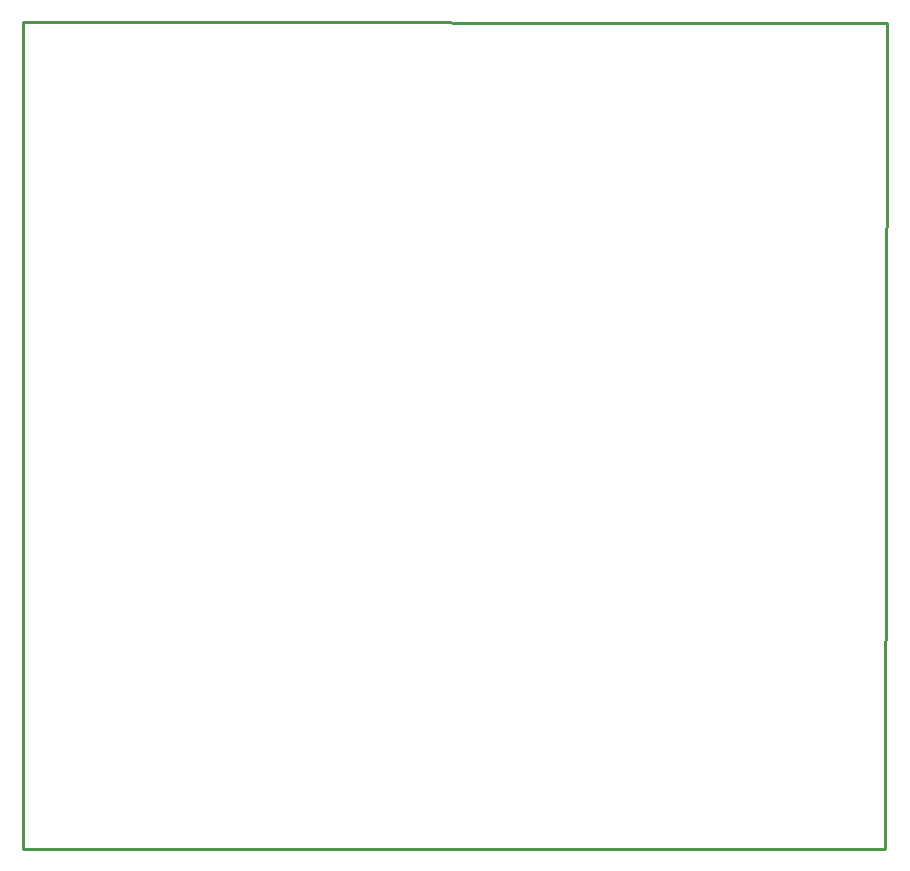
<source format=gbr>
G04 EAGLE Gerber RS-274X export*
G75*
%MOMM*%
%FSLAX34Y34*%
%LPD*%
%IN*%
%IPPOS*%
%AMOC8*
5,1,8,0,0,1.08239X$1,22.5*%
G01*
G04 Define Apertures*
%ADD10C,0.254000*%
D10*
X0Y0D02*
X730000Y0D01*
X731000Y699000D01*
X0Y700000D01*
X0Y0D01*
M02*

</source>
